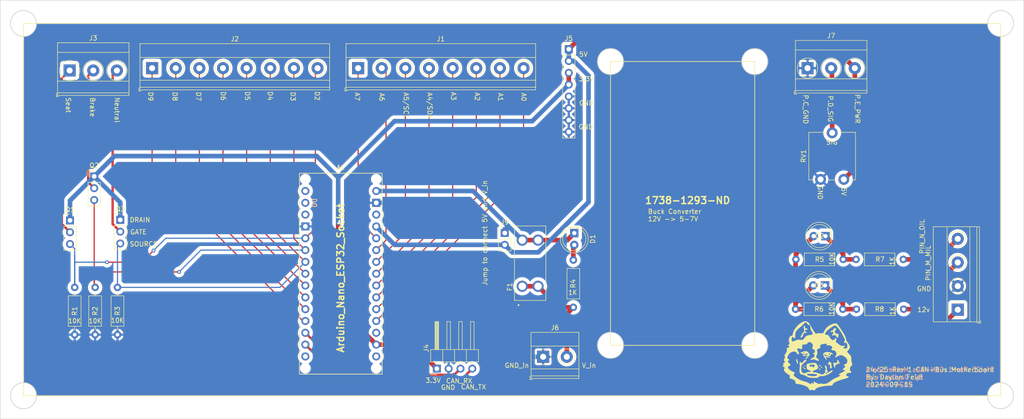
<source format=kicad_pcb>
(kicad_pcb (version 20221018) (generator pcbnew)
  (layers (0 "F.Cu" signal) (31 "B.Cu" signal) (34 "B.Paste" user) (35 "F.Paste" user) (36 "B.SilkS" user "B.Silkscreen") (37 "F.SilkS" user "F.Silkscreen") (38 "B.Mask" user) (39 "F.Mask" user) (44 "Edge.Cuts" user))
  (property "AUTHOR" "Silvio Navaretti")
  (property "CONFIGURATIONPARAMETERS" "")
  (property "CONFIGURATORNAME" "")
  (property "DOCUMENTNUMBER" "=SKU")
  (property "ISUSERCONFIGURABLE" "")
  (property "REVAUTHOR" "Silvio Navaretti")
  (property "SHEETTOTAL" "1")
  (property "VERSIONCONTROL_PROJFOLDERREVNUMBER" "")
  (property "VERSIONCONTROL_REVNUMBER" "")
  (net 0 "")
  (net 1 "/A0")
  (net 2 "/A1")
  (net 3 "/A2")
  (net 4 "/A3")
  (net 5 "/A6")
  (net 6 "/A7")
  (net 7 "/A4{slash}SDA")
  (net 8 "/A5{slash}SCL")
  (net 9 "/D6")
  (net 10 "/D7")
  (net 11 "/D8")
  (net 12 "/D9")
  (net 13 "/Neutral")
  (net 14 "/Brake")
  (net 15 "/Seat")
  (net 16 "GND")
  (net 17 "+5V")
  (net 18 "/V_in")
  (net 26 "/D2")
  (net 27 "/D3")
  (net 28 "/D4")
  (net 29 "/D5")
  (net 30 "/CAN_TX")
  (net 31 "/CAN_RX")
  (net 32 "+3V3")
  (net 33 "Net-(D1-A)")
  (net 34 "/V_in_unreg")
  (net 35 "Net-(D2-K)")
  (net 36 "+12V")
  (net 37 "Net-(D3-K)")
  (net 38 "/Accel_sig")
  (net 39 "/PIN_M_MIL")
  (net 40 "/PIN_N_Oil")
  (footprint "Resistor_THT:R_Axial_DIN0207_L6.3mm_D2.5mm_P10.16mm_Horizontal" (layer "F.Cu") (at 135.181 78.0025 90)
    (fp_text reference "R4" (at 5.0995 -0.041 90) (layer "F.SilkS"))
    (fp_text value "1k")
    (pad "1" thru_hole circle (at 0 0 90) (size 1.6 1.6) (drill 0.8) (layers "*.Cu" "*.Mask") (net 34 "/V_in_unreg"))
    (pad "2" thru_hole oval (at 10.16 0 90) (size 1.6 1.6) (drill 0.8) (layers "*.Cu" "*.Mask") (net 33 "Net-(D1-A)"))
  )
  (footprint "TerminalBlock_Phoenix:TerminalBlock_Phoenix_MKDS-3-3-5.08_1x03_P5.08mm_Horizontal" (layer "F.Cu") (at 26.915 27.1)
    (fp_text reference "J3" (at 5.08 -6.96) (layer "F.SilkS"))
    (fp_text value "Conn_01x03_Male")
    (pad "1" thru_hole rect (at 0 0) (size 2.6 2.6) (drill 1.3) (layers "*.Cu" "*.Mask") (net 15 "/Seat"))
    (pad "2" thru_hole circle (at 5.08 0) (size 2.6 2.6) (drill 1.3) (layers "*.Cu" "*.Mask") (net 14 "/Brake"))
    (pad "3" thru_hole circle (at 10.16 0) (size 2.6 2.6) (drill 1.3) (layers "*.Cu" "*.Mask") (net 13 "/Neutral"))
  )
  (footprint "TerminalBlock_Phoenix:TerminalBlock_Phoenix_MKDS-1,5-8-5.08_1x08_P5.08mm_Horizontal" (layer "F.Cu") (at 88.92 26.6)
    (fp_text reference "J1" (at 17.78 -6.26) (layer "F.SilkS"))
    (fp_text value "Conn_01x08_Male")
    (pad "1" thru_hole rect (at 0 0) (size 2.6 2.6) (drill 1.3) (layers "*.Cu" "*.Mask") (net 6 "/A7"))
    (pad "2" thru_hole circle (at 5.08 0) (size 2.6 2.6) (drill 1.3) (layers "*.Cu" "*.Mask") (net 5 "/A6"))
    (pad "3" thru_hole circle (at 10.16 0) (size 2.6 2.6) (drill 1.3) (layers "*.Cu" "*.Mask") (net 8 "/A5{slash}SCL"))
    (pad "4" thru_hole circle (at 15.24 0) (size 2.6 2.6) (drill 1.3) (layers "*.Cu" "*.Mask") (net 7 "/A4{slash}SDA"))
    (pad "5" thru_hole circle (at 20.32 0) (size 2.6 2.6) (drill 1.3) (layers "*.Cu" "*.Mask") (net 4 "/A3"))
    (pad "6" thru_hole circle (at 25.4 0) (size 2.6 2.6) (drill 1.3) (layers "*.Cu" "*.Mask") (net 3 "/A2"))
    (pad "7" thru_hole circle (at 30.48 0) (size 2.6 2.6) (drill 1.3) (layers "*.Cu" "*.Mask") (net 2 "/A1"))
    (pad "8" thru_hole circle (at 35.56 0) (size 2.6 2.6) (drill 1.3) (layers "*.Cu" "*.Mask") (net 1 "/A0"))
  )
  (footprint "arduino-library:Arduino_Nano_ESP32_Socket" (layer "F.Cu") (at 85.2 92.37)
    (fp_text reference "A1" (at 0 -44.45) (layer "F.SilkS"))
    (fp_text value "Arduino_Nano_ESP32_Socket")
    (fp_text user "D0" (at -5.715 -36.83 -90 unlocked) (layer "B.SilkS") (effects (justify mirror)))
    (fp_text user "D0" (at -5.715 -36.83 -90 unlocked) (layer "F.SilkS"))
    (pad "" np_thru_hole circle (at -7.62 -41.91) (size 1.8 1.8) (drill 1.8) (layers "F&B.Cu" "*.Mask"))
    (pad "" np_thru_hole circle (at -7.62 -1.27) (size 1.8 1.8) (drill 1.8) (layers "F&B.Cu" "*.Mask"))
    (pad "" np_thru_hole circle (at 7.62 -41.91) (size 1.8 1.8) (drill 1.8) (layers "F&B.Cu" "*.Mask"))
    (pad "" np_thru_hole circle (at 7.62 -1.27) (size 1.8 1.8) (drill 1.8) (layers "F&B.Cu" "*.Mask"))
    (pad "3V3" thru_hole circle (at 7.62 -6.35) (size 1.7272 1.7272) (drill 1.016) (layers "*.Cu" "*.Mask") (net 32 "+3V3"))
    (pad "5V" thru_hole circle (at 7.62 -31.75) (size 1.7272 1.7272) (drill 1.016) (layers "*.Cu" "*.Mask") (net 17 "+5V"))
    (pad "A0" thru_hole circle (at 7.62 -11.43) (size 1.7272 1.7272) (drill 1.016) (layers "*.Cu" "*.Mask") (net 1 "/A0"))
    (pad "A1" thru_hole circle (at 7.62 -13.97) (size 1.7272 1.7272) (drill 1.016) (layers "*.Cu" "*.Mask") (net 2 "/A1"))
    (pad "A2" thru_hole circle (at 7.62 -16.51) (size 1.7272 1.7272) (drill 1.016) (layers "*.Cu" "*.Mask") (net 3 "/A2"))
    (pad "A3" thru_hole circle (at 7.62 -19.05) (size 1.7272 1.7272) (drill 1.016) (layers "*.Cu" "*.Mask") (net 4 "/A3"))
    (pad "A4" thru_hole circle (at 7.62 -21.59) (size 1.7272 1.7272) (drill 1.016) (layers "*.Cu" "*.Mask") (net 7 "/A4{slash}SDA"))
    (pad "A5" thru_hole circle (at 7.62 -24.13) (size 1.7272 1.7272) (drill 1.016) (layers "*.Cu" "*.Mask") (net 8 "/A5{slash}SCL"))
    (pad "A6" thru_hole circle (at 7.62 -26.67) (size 1.7272 1.7272) (drill 1.016) (layers "*.Cu" "*.Mask") (net 5 "/A6"))
    (pad "A7" thru_hole circle (at 7.62 -29.21) (size 1.7272 1.7272) (drill 1.016) (layers "*.Cu" "*.Mask") (net 6 "/A7"))
    (pad "B0" thru_hole circle (at 7.62 -8.89) (size 1.7272 1.7272) (drill 1.016) (layers "*.Cu" "*.Mask"))
    (pad "B1" thru_hole circle (at 7.62 -34.29) (size 1.7272 1.7272) (drill 1.016) (layers "*.Cu" "*.Mask"))
    (pad "D0" thru_hole circle (at -7.62 -36.83) (size 1.7272 1.7272) (drill 1.016) (layers "*.Cu" "*.Mask"))
    (pad "D1" thru_hole circle (at -7.62 -39.37) (size 1.7272 1.7272) (drill 1.016) (layers "*.Cu" "*.Mask"))
    (pad "D2" thru_hole circle (at -7.62 -29.21) (size 1.7272 1.7272) (drill 1.016) (layers "*.Cu" "*.Mask") (net 26 "/D2"))
    (pad "D3" thru_hole circle (at -7.62 -26.67) (size 1.7272 1.7272) (drill 1.016) (layers "*.Cu" "*.Mask") (net 27 "/D3"))
    (pad "D4" thru_hole circle (at -7.62 -24.13) (size 1.7272 1.7272) (drill 1.016) (layers "*.Cu" "*.Mask") (net 28 "/D4"))
    (pad "D5" thru_hole circle (at -7.62 -21.59) (size 1.7272 1.7272) (drill 1.016) (layers "*.Cu" "*.Mask") (net 29 "/D5"))
    (pad "D6" thru_hole circle (at -7.62 -19.05) (size 1.7272 1.7272) (drill 1.016) (layers "*.Cu" "*.Mask") (net 9 "/D6"))
    (pad "D7" thru_hole circle (at -7.62 -16.51) (size 1.7272 1.7272) (drill 1.016) (layers "*.Cu" "*.Mask") (net 10 "/D7"))
    (pad "D8" thru_hole circle (at -7.62 -13.97) (size 1.7272 1.7272) (drill 1.016) (layers "*.Cu" "*.Mask") (net 11 "/D8"))
    (pad "D9" thru_hole circle (at -7.62 -11.43) (size 1.7272 1.7272) (drill 1.016) (layers "*.Cu" "*.Mask") (net 12 "/D9"))
    (pad "D10" thru_hole circle (at -7.62 -8.89) (size 1.7272 1.7272) (drill 1.016) (layers "*.Cu" "*.Mask") (net 31 "/CAN_RX"))
    (pad "D11" thru_hole circle (at -7.62 -6.35) (size 1.7272 1.7272) (drill 1.016) (layers "*.Cu" "*.Mask") (net 30 "/CAN_TX"))
    (pad "D12" thru_hole circle (at -7.62 -3.81) (size 1.7272 1.7272) (drill 1.016) (layers "*.Cu" "*.Mask"))
    (pad "D13" thru_hole circle (at 7.62 -3.81) (size 1.7272 1.7272) (drill 1.016) (layers "*.Cu" "*.Mask"))
    (pad "GND1" thru_hole rect (at -7.62 -31.75) (size 1.7272 1.7272) (drill 1.016) (layers "*.Cu" "*.Mask") (net 16 "GND"))
    (pad "GND2" thru_hole rect (at 7.62 -36.83) (size 1.7272 1.7272) (drill 1.016) (layers "*.Cu" "*.Mask") (net 16 "GND"))
    (pad "RST" thru_hole circle (at -7.62 -34.29) (size 1.7272 1.7272) (drill 1.016) (layers "*.Cu" "*.Mask"))
    (pad "VIN" thru_hole circle (at 7.62 -39.37) (size 1.7272 1.7272) (drill 1.016) (layers "*.Cu" "*.Mask") (net 18 "/V_in"))
  )
  (footprint "Connector_PinHeader_2.54mm:PinHeader_1x08_P2.54mm_Vertical" (layer "F.Cu") (at 134.2 22.52)
    (fp_text reference "J5" (at 0 -2.33) (layer "F.SilkS"))
    (fp_text value "Conn_01x08_Pin")
    (pad "1" thru_hole rect (at 0 0) (size 1.7 1.7) (drill 1) (layers "*.Cu" "*.Mask") (net 17 "+5V"))
    (pad "2" thru_hole oval (at 0 2.54) (size 1.7 1.7) (drill 1) (layers "*.Cu" "*.Mask") (net 17 "+5V"))
    (pad "3" thru_hole oval (at 0 5.08) (size 1.7 1.7) (drill 1) (layers "*.Cu" "*.Mask") (net 32 "+3V3"))
    (pad "4" thru_hole oval (at 0 7.62) (size 1.7 1.7) (drill 1) (layers "*.Cu" "*.Mask") (net 32 "+3V3"))
    (pad "5" thru_hole oval (at 0 10.16) (size 1.7 1.7) (drill 1) (layers "*.Cu" "*.Mask") (net 16 "GND"))
    (pad "6" thru_hole oval (at 0 12.7) (size 1.7 1.7) (drill 1) (layers "*.Cu" "*.Mask") (net 16 "GND"))
    (pad "7" thru_hole oval (at 0 15.24) (size 1.7 1.7) (drill 1) (layers "*.Cu" "*.Mask") (net 16 "GND"))
    (pad "8" thru_hole oval (at 0 17.78) (size 1.7 1.7) (drill 1) (layers "*.Cu" "*.Mask") (net 16 "GND"))
  )
  (footprint "3568 (Fuse Holder):FUSE_3568" (layer "F.Cu") (at 125.896 68.52 90)
    (fp_text reference "F1" (at -5.075 -4.385 90) (layer "F.SilkS"))
    (fp_text value "3568")
    (pad "1" thru_hole circle (at -4.96 -1.7 90) (size 2.4 2.4) (drill 1.6) (layers "*.Cu" "*.Mask") (net 34 "/V_in_unreg"))
    (pad "2" thru_hole circle (at 4.96 -1.7 90) (size 2.4 2.4) (drill 1.6) (layers "*.Cu" "*.Mask") (net 18 "/V_in"))
    (pad "3" thru_hole circle (at -4.96 1.7 90) (size 2.4 2.4) (drill 1.6) (layers "*.Cu" "*.Mask") (net 34 "/V_in_unreg"))
    (pad "4" thru_hole circle (at 4.96 1.7 90) (size 2.4 2.4) (drill 1.6) (layers "*.Cu" "*.Mask") (net 18 "/V_in"))
  )
  (footprint "LED_THT:LED_D5.0mm" (layer "F.Cu") (at 189.375 62.7 180)
    (fp_text reference "D2" (at 1.27 0) (layer "F.SilkS"))
    (fp_text value "LED")
    (pad "1" thru_hole rect (at 0 0 180) (size 1.8 1.8) (drill 0.9) (layers "*.Cu" "*.Mask") (net 35 "Net-(D2-K)"))
    (pad "2" thru_hole circle (at 2.54 0 180) (size 1.8 1.8) (drill 0.9) (layers "*.Cu" "*.Mask") (net 36 "+12V"))
  )
  (footprint "LED_THT:LED_D5.0mm" (layer "F.Cu") (at 189.275 73.3 180)
    (fp_text reference "D3" (at 1.27 0) (layer "F.SilkS"))
    (fp_text value "LED")
    (pad "1" thru_hole rect (at 0 0 180) (size 1.8 1.8) (drill 0.9) (layers "*.Cu" "*.Mask") (net 37 "Net-(D3-K)"))
    (pad "2" thru_hole circle (at 2.54 0 180) (size 1.8 1.8) (drill 0.9) (layers "*.Cu" "*.Mask") (net 36 "+12V"))
  )
  (footprint "Husky Head Graphic:Husky_Head" (layer "F.Cu") (at 187.94 88.603)
    (fp_text reference "G***" hide)
    (fp_text value "LOGO" hide)
  )
  (footprint "TerminalBlock_Phoenix:TerminalBlock_Phoenix_MKDS-1,5-4-5.08_1x04_P5.08mm_Horizontal" (layer "F.Cu") (at 217.805 78.52 90)
    (fp_text reference "J8" hide)
    (fp_text value "Conn_01x04_Pin")
    (pad "1" thru_hole rect (at 0 0 90) (size 2.6 2.6) (drill 1.3) (layers "*.Cu" "*.Mask") (net 36 "+12V"))
    (pad "2" thru_hole circle (at 5.08 0 90) (size 2.6 2.6) (drill 1.3) (layers "*.Cu" "*.Mask") (net 16 "GND"))
    (pad "3" thru_hole circle (at 10.16 0 90) (size 2.6 2.6) (drill 1.3) (layers "*.Cu" "*.Mask") (net 39 "/PIN_M_MIL"))
    (pad "4" thru_hole circle (at 15.24 0 90) (size 2.6 2.6) (drill 1.3) (layers "*.Cu" "*.Mask") (net 40 "/PIN_N_Oil"))
  )
  (footprint "TerminalBlock_Phoenix:TerminalBlock_Phoenix_MKDS-1,5-2-5.08_1x02_P5.08mm_Horizontal" (layer "F.Cu") (at 128.69 88.637)
    (fp_text reference "J6" (at 2.54 -6.26) (layer "F.SilkS"))
    (fp_text value "Conn_01x02_Pin")
    (pad "1" thru_hole rect (at 0 0) (size 2.6 2.6) (drill 1.3) (layers "*.Cu" "*.Mask") (net 16 "GND"))
    (pad "2" thru_hole circle (at 5.08 0) (size 2.6 2.6) (drill 1.3) (layers "*.Cu" "*.Mask") (net 34 "/V_in_unreg"))
  )
  (footprint "Resistor_THT:R_Axial_DIN0207_L6.3mm_D2.5mm_P10.16mm_Horizontal" (layer "F.Cu") (at 206.18 78.4 180)
    (fp_text reference "R8" (at 5.18 0) (layer "F.SilkS"))
    (fp_text value "1K")
    (pad "1" thru_hole circle (at 0 0 180) (size 1.6 1.6) (drill 0.8) (layers "*.Cu" "*.Mask") (net 39 "/PIN_M_MIL"))
    (pad "2" thru_hole oval (at 10.16 0 180) (size 1.6 1.6) (drill 0.8) (layers "*.Cu" "*.Mask") (net 37 "Net-(D3-K)"))
  )
  (footprint "Resistor_THT:R_Axial_DIN0207_L6.3mm_D2.5mm_P10.16mm_Horizontal" (layer "F.Cu") (at 193.18 67.7 180)
    (fp_text reference "R5" (at 5.08 0) (layer "F.SilkS"))
    (fp_text value "10k")
    (pad "1" thru_hole circle (at 0 0 180) (size 1.6 1.6) (drill 0.8) (layers "*.Cu" "*.Mask") (net 35 "Net-(D2-K)"))
    (pad "2" thru_hole oval (at 10.16 0 180) (size 1.6 1.6) (drill 0.8) (layers "*.Cu" "*.Mask") (net 36 "+12V"))
  )
  (footprint "Potentiometer_THT:Potentiometer_ACP_CA9-V10_Vertical" (layer "F.Cu") (at 193.315 50.503 90)
    (fp_text reference "RV1" (at 5 -8.65 90) (layer "F.SilkS"))
    (fp_text value "R_Potentiometer")
    (pad "1" thru_hole circle (at 0 0 90) (size 2.34 2.34) (drill 1.3) (layers "*.Cu" "*.Mask") (net 17 "+5V"))
    (pad "2" thru_hole circle (at 10 -2.5 90) (size 2.34 2.34) (drill 1.3) (layers "*.Cu" "*.Mask") (net 38 "/Accel_sig"))
    (pad "3" thru_hole circle (at 0 -5 90) (size 2.34 2.34) (drill 1.3) (layers "*.Cu" "*.Mask") (net 16 "GND"))
  )
  (footprint "Connector_PinHeader_2.54mm:PinHeader_1x04_P2.54mm_Horizontal" (layer "F.Cu") (at 105.84 91.183 90)
    (fp_text reference "J4" (at 4.385 -2.27 90) (layer "F.SilkS"))
    (fp_text value "Conn_01x04_Pin")
    (pad "1" thru_hole rect (at 0 0 90) (size 1.7 1.7) (drill 1) (layers "*.Cu" "*.Mask") (net 32 "+3V3"))
    (pad "2" thru_hole oval (at 0 2.54 90) (size 1.7 1.7) (drill 1) (layers "*.Cu" "*.Mask") (net 16 "GND"))
    (pad "3" thru_hole oval (at 0 5.08 90) (size 1.7 1.7) (drill 1) (layers "*.Cu" "*.Mask") (net 31 "/CAN_RX"))
    (pad "4" thru_hole oval (at 0 7.62 90) (size 1.7 1.7) (drill 1) (layers "*.Cu" "*.Mask") (net 30 "/CAN_TX"))
  )
  (footprint "Connector_PinHeader_2.54mm:PinHeader_1x02_P2.54mm_Vertical" (layer "F.Cu") (at 120.44 62.028)
    (fp_text reference "J9" (at 0 -2.33) (layer "F.SilkS"))
    (fp_text value "Conn_01x02_Pin")
    (pad "1" thru_hole rect (at 0 0) (size 1.7 1.7) (drill 1) (layers "*.Cu" "*.Mask") (net 18 "/V_in"))
    (pad "2" thru_hole oval (at 0 2.54) (size 1.7 1.7) (drill 1) (layers "*.Cu" "*.Mask") (net 17 "+5V"))
  )
  (footprint "Resistor_THT:R_Axial_DIN0207_L6.3mm_D2.5mm_P10.16mm_Horizontal" (layer "F.Cu") (at 28 73.72 -90)
    (fp_text reference "R1" (at 5.08 0 90) (layer "F.SilkS"))
    (fp_text value "10k")
    (pad "1" thru_hole circle (at 0 0 270) (size 1.6 1.6) (drill 0.8) (layers "*.Cu" "*.Mask") (net 26 "/D2"))
    (pad "2" thru_hole oval (at 10.16 0 270) (size 1.6 1.6) (drill 0.8) (layers "*.Cu" "*.Mask") (net 16 "GND"))
  )
  (footprint "TerminalBlock_Phoenix:TerminalBlock_Phoenix_MKDS-3-3-5.08_1x03_P5.08mm_Horizontal" (layer "F.Cu") (at 185.515 26.6)
    (fp_text reference "J7" (at 5.08 -6.96) (layer "F.SilkS"))
    (fp_text value "Conn_01x03_Male")
    (pad "1" thru_hole rect (at 0 0) (size 2.6 2.6) (drill 1.3) (layers "*.Cu" "*.Mask") (net 16 "GND"))
    (pad "2" thru_hole circle (at 5.08 0) (size 2.6 2.6) (drill 1.3) (layers "*.Cu" "*.Mask") (net 38 "/Accel_sig"))
    (pad "3" thru_hole circle (at 10.16 0) (size 2.6 2.6) (drill 1.3) (layers "*.Cu" "*.Mask") (net 17 "+5V"))
  )
  (footprint "Resistor_THT:R_Axial_DIN0207_L6.3mm_D2.5mm_P10.16mm_Horizontal" (layer "F.Cu") (at 193.1 78.4 180)
    (fp_text reference "R6" (at 5.1 0) (layer "F.SilkS"))
    (fp_text value "10k")
    (pad "1" thru_hole circle (at 0 0 180) (size 1.6 1.6) (drill 0.8) (layers "*.Cu" "*.Mask") (net 37 "Net-(D3-K)"))
    (pad "2" thru_hole oval (at 10.16 0 180) (size 1.6 1.6) (drill 0.8) (layers "*.Cu" "*.Mask") (net 36 "+12V"))
  )
  (footprint "TerminalBlock_Phoenix:TerminalBlock_Phoenix_MKDS-1,5-8-5.08_1x08_P5.08mm_Horizontal" (layer "F.Cu") (at 44.64 26.6)
    (fp_text reference "J2" (at 17.78 -6.26) (layer "F.SilkS"))
    (fp_text value "Conn_01x08_Male")
    (pad "1" thru_hole rect (at 0 0) (size 2.6 2.6) (drill 1.3) (layers "*.Cu" "*.Mask") (net 12 "/D9"))
    (pad "2" thru_hole circle (at 5.08 0) (size 2.6 2.6) (drill 1.3) (layers "*.Cu" "*.Mask") (net 11 "/D8"))
    (pad "3" thru_hole circle (at 10.16 0) (size 2.6 2.6) (drill 1.3) (layers "*.Cu" "*.Mask") (net 10 "/D7"))
    (pad "4" thru_hole circle (at 15.24 0) (size 2.6 2.6) (drill 1.3) (layers "*.Cu" "*.Mask") (net 9 "/D6"))
    (pad "5" thru_hole circle (at 20.32 0) (size 2.6 2.6) (drill 1.3) (layers "*.Cu" "*.Mask") (net 29 "/D5"))
    (pad "6" thru_hole circle (at 25.4 0) (size 2.6 2.6) (drill 1.3) (layers "*.Cu" "*.Mask") (net 28 "/D4"))
    (pad "7" thru_hole circle (at 30.48 0) (size 2.6 2.6) (drill 1.3) (layers "*.Cu" "*.Mask") (net 27 "/D3"))
    (pad "8" thru_hole circle (at 35.56 0) (size 2.6 2.6) (drill 1.3) (layers "*.Cu" "*.Mask") (net 26 "/D2"))
  )
  (footprint "Resistor_THT:R_Axial_DIN0207_L6.3mm_D2.5mm_P10.16mm_Horizontal" (layer "F.Cu") (at 206.1 67.7 180)
    (fp_text reference "R7" (at 5 0) (layer "F.SilkS"))
    (fp_text value "1K")
    (pad "1" thru_hole circle (at 0 0 180) (size 1.6 1.6) (drill 0.8) (layers "*.Cu" "*.Mask") (net 40 "/PIN_N_Oil"))
    (pad "2" thru_hole oval (at 10.16 0 180) (size 1.6 1.6) (drill 0.8) (layers "*.Cu" "*.Mask") (net 35 "Net-(D2-K)"))
  )
  (footprint "LED_THT:LED_D5.0mm" (layer "F.Cu") (at 135.381 62.0475 -90)
    (fp_text reference "D1" (at 1.27 -3.96 90) (layer "F.SilkS"))
    (fp_text value "LED")
    (pad "1" thru_hole rect (at 0 0 270) (size 1.8 1.8) (drill 0.9) (layers "*.Cu" "*.Mask") (net 18 "/V_in"))
    (pad "2" thru_hole circle (at 2.54 0 270) (size 1.8 1.8) (drill 0.9) (layers "*.Cu" "*.Mask") (net 33 "Net-(D1-A)"))
  )
  (footprint "Connector_PinHeader_2.54mm:PinHeader_1x03_P2.54mm_Vertical" (layer "F.Cu") (at 27 59.32)
    (fp_text reference "Q1" (at 0 -2.33) (layer "F.SilkS"))
    (fp_text value "NMOS")
    (pad "1" thru_hole rect (at 0 0) (size 1.7 1.7) (drill 1) (layers "*.Cu" "*.Mask") (net 32 "+3V3"))
    (pad "2" thru_hole oval (at 0 2.54) (size 1.7 1.7) (drill 1) (layers "*.Cu" "*.Mask") (net 15 "/Seat"))
    (pad "3" thru_hole oval (at 0 5.08) (size 1.7 1.7) (drill 1) (layers "*.Cu" "*.Mask") (net 26 "/D2"))
  )
  (footprint "Resistor_THT:R_Axial_DIN0207_L6.3mm_D2.5mm_P10.16mm_Horizontal" (layer "F.Cu") (at 32.4 73.72 -90)
    (fp_text reference "R2" (at 5.08 0 90) (layer "F.SilkS"))
    (fp_text value "10k")
    (pad "1" thru_hole circle (at 0 0 270) (size 1.6 1.6) (drill 0.8) (layers "*.Cu" "*.Mask") (net 27 "/D3"))
    (pad "2" thru_hole oval (at 10.16 0 270) (size 1.6 1.6) (drill 0.8) (layers "*.Cu" "*.Mask") (net 16 "GND"))
  )
  (footprint "Connector_PinHeader_2.54mm:PinHeader_1x03_P2.54mm_Vertical" (layer "F.Cu") (at 32.2 49.86)
    (fp_text reference "Q2" (at 0 -2.33) (layer "F.SilkS"))
    (fp_text value "NMOS")
    (pad "1" thru_hole rect (at 0 0) (size 1.7 1.7) (drill 1) (layers "*.Cu" "*.Mask") (net 32 "+3V3"))
    (pad "2" thru_hole oval (at 0 2.54) (size 1.7 1.7) (drill 1) (layers "*.Cu" "*.Mask") (net 14 "/Brake"))
    (pad "3" thru_hole oval (at 0 5.08) (size 1.7 1.7) (drill 1) (layers "*.Cu" "*.Mask") (net 27 "/D3"))
  )
  (footprint "Connector_PinHeader_2.54mm:PinHeader_1x03_P2.54mm_Vertical" (layer "F.Cu") (at 37.8 59.2)
    (fp_text reference "Q3" (at 0 -2.33) (layer "F.SilkS"))
    (fp_text value "NMOS")
    (pad "1" thru_hole rect (at 0 0) (size 1.7 1.7) (drill 1) (layers "*.Cu" "*.Mask") (net 32 "+3V3"))
    (pad "2" thru_hole oval (at 0 2.54) (size 1.7 1.7) (drill 1) (layers "*.Cu" "*.Mask") (net 13 "/Neutral"))
    (pad "3" thru_hole oval (at 0 5.08) (size 1.7 1.7) (drill 1) (layers "*.Cu" "*.Mask") (net 28 "/D4"))
  )
  (footprint "Resistor_THT:R_Axial_DIN0207_L6.3mm_D2.5mm_P10.16mm_Horizontal" (layer "F.Cu") (at 37.2 73.72 -90)
    (fp_text reference "R3" (at 5.08 0 90) (layer "F.SilkS"))
    (fp_text value "10k")
    (pad "1" thru_hole circle (at 0 0 270) (size 1.6 1.6) (drill 0.8) (layers "*.Cu" "*.Mask") (net 28 "/D4"))
    (pad "2" thru_hole oval (at 10.16 0 270) (size 1.6 1.6) (drill 0.8) (layers "*.Cu" "*.Mask") (net 16 "GND"))
  )
  (gr_rect (start 17 17) (end 227 97) (stroke (width 0.15)) (fill none) (layer "F.SilkS"))
  (gr_rect (start 143.168 25.173) (end 174.168 86.173) (stroke (width 0.15)) (fill none) (layer "F.SilkS"))
  (gr_circle (center 143.168 25.173) (end 145.968 25.173) (stroke (width 0.15)) (fill none) (layer "Edge.Cuts"))
  (gr_circle (center 17 97) (end 19.8 97) (stroke (width 0.15)) (fill none) (layer "Edge.Cuts"))
  (gr_rect (start 12 12) (end 232 102) (stroke (width 0.1)) (fill none) (layer "Edge.Cuts"))
  (gr_circle (center 174.168 86.173) (end 176.968 86.173) (stroke (width 0.15)) (fill none) (layer "Edge.Cuts"))
  (gr_circle (center 143.168 86.173) (end 145.968 86.173) (stroke (width 0.15)) (fill none) (layer "Edge.Cuts"))
  (gr_circle (center 17 17) (end 19.8 17) (stroke (width 0.15)) (fill none) (layer "Edge.Cuts"))
  (gr_circle (center 227 17) (end 229.8 17) (stroke (width 0.15)) (fill none) (layer "Edge.Cuts"))
  (gr_circle (center 174.168 25.173) (end 176.968 25.173) (stroke (width 0.15)) (fill none) (layer "Edge.Cuts"))
  (gr_circle (center 227 97) (end 229.8 97) (stroke (width 0.15)) (fill none) (layer "Edge.Cuts"))
  (gr_text "24/25 Rev 1 CAN-Bus Motherboard\nBy: Daylen Feist\n2024-09-15" (at 197.94 95.203) (layer "B.SilkS") (effects (font (size 1 1)) (justify right bottom mirror)))
  (gr_text "D5\n" (at 64.54 31.503 270) (layer "F.SilkS") (effects (font (size 1 1)) (justify left bottom)))
  (gr_text "24/25 Rev 1 CAN-Bus Motherboard\nBy: Daylen Feist\n2024-09-15" (at 197.94 95.203) (layer "F.SilkS") (effects (font (size 1 1)) (justify left bottom)))
  (gr_text "A1\n" (at 118.94 31.803 270) (layer "F.SilkS") (effects (font (size 1 1)) (justify left bottom)))
  (gr_text "PIN_N_OIL\n" (at 210.74 66.603 90) (layer "F.SilkS") (effects (font (size 1 1)) (justify left bottom)))
  (gr_text "1K\n" (at 204.29 69.07 90) (layer "F.SilkS") (effects (font (size 1 0.93)) (justify left bottom)))
  (gr_text "GND" (at 136.24 39.803) (layer "F.SilkS") (effects (font (size 1 1)) (justify left bottom)))
  (gr_text "A7" (at 88.14 31.703 270) (layer "F.SilkS") (effects (font (size 1 1)) (justify left bottom)))
  (gr_text "5V\n" (at 136.34 24.203) (layer "F.SilkS") (effects (font (size 1 1)) (justify left bottom)))
  (gr_text "D9\n" (at 43.74 31.603 270) (layer "F.SilkS") (effects (font (size 1 1)) (justify left bottom)))
  (gr_text "D4" (at 69.44 31.503 270) (layer "F.SilkS") (effects (font (size 1 1)) (justify left bottom)))
  (gr_text "10K\n" (at 26.54 81.503) (layer "F.SilkS") (effects (font (size 1 0.93)) (justify left bottom)))
  (gr_text "A5/SCL\n" (at 98.64 31.703 270) (layer "F.SilkS") (effects (font (size 1 1)) (justify left bottom)))
  (gr_text "P.D_SIG\n\n" (at 188.24 32.403 270) (layer "F.SilkS") (effects (font (size 1 1)) (justify left bottom)))
  (gr_text "Buck Converter\n12V -> 5-7V\n" (at 151.14 59.603) (layer "F.SilkS") (effects (font (size 1 1)) (justify left bottom)))
  (gr_text "10K\n" (at 191.29 79.77 90) (layer "F.SilkS") (effects (font (size 1 0.93)) (justify left bottom)))
  (gr_text "10K\n" (at 30.94 81.503) (layer "F.SilkS") (effects (font (size 1 0.93)) (justify left bottom)))
  (gr_text "A4/SDA\n" (at 103.74 31.703 270) (layer "F.SilkS") (effects (font (size 1 1)) (justify left bottom)))
  (gr_text "P.E_PWR\n\n\n" (at 192.44 32.103 270) (layer "F.SilkS") (effects (font (size 1 1)) (justify left bottom)))
  (gr_text "12v\n" (at 209.04 79.103) (layer "F.SilkS") (effects (font (size 1 1)) (justify left bottom)))
  (gr_text "1738-1293-ND" (at 150.44 55.903) (layer "F.SilkS") (effects (font (size 1.5 1.5) (thickness 0.3) bold) (justify left bottom)))
  (gr_text "D2" (at 79.54 31.503 270) (layer "F.SilkS") (effects (font (size 1 1)) (justify left bottom)))
  (gr_text "GND\n" (at 208.94 74.603) (layer "F.SilkS") (effects (font (size 1 1)) (justify left bottom)))
  (gr_text "GATE\n" (at 39.84 62.403) (layer "F.SilkS") (effects (font (size 1 1)) (justify left bottom)))
  (gr_text "SIG\n" (at 189.44 43.103) (layer "F.SilkS") (effects (font (size 1 1)) (justify left bottom)))
  (gr_text "GND" (at 136.34 34.703) (layer "F.SilkS") (effects (font (size 1 1)) (justify left bottom)))
  (gr_text "D8\n\n" (at 47.34 31.603 270) (layer "F.SilkS") (effects (font (size 1 1)) (justify left bottom)))
  (gr_text "A6" (at 93.44 31.803 270) (layer "F.SilkS") (effects (font (size 1 1)) (justify left bottom)))
  (gr_text "CAN_RX" (at 107.74 94.403) (layer "F.SilkS") (effects (font (size 1 1)) (justify left bottom)))
  (gr_text "3.3V\n" (at 136.24 29.503) (layer "F.SilkS") (effects (font (size 1 1)) (justify left bottom)))
  (gr_text "3.3V\n" (at 103.34 94.303) (layer "F.SilkS") (effects (font (size 1 1)) (justify left bottom)))
  (gr_text "1K\n" (at 134.04 75.403) (layer "F.SilkS") (effects (font (size 1 0.93)) (justify left bottom)))
  (gr_text "5V\n" (at 192.74 52.103 270) (layer "F.SilkS") (effects (font (size 1 1)) (justify left bottom)))
  (gr_text "Jump to connect 5V and V_in\n" (at 116.74 73.403 90) (layer "F.SilkS") (effects (font (size 1 1)) (justify left bottom)))
  (gr_text "SOURCE\n" (at 39.74 65.003) (layer "F.SilkS") (effects (font (size 1 1)) (justify left bottom)))
  (gr_text "D6\n" (at 59.34 31.503 270) (layer "F.SilkS") (effects (font (size 1 1)) (justify left bottom)))
  (gr_text "GND\n" (at 187.64 51.703 270) (layer "F.SilkS") (effects (font (size 1 1)) (justify left bottom)))
  (gr_text "Neutral\n" (at 36.54 32.803 270) (layer "F.SilkS") (effects (font (size 1 1)) (justify left bottom)))
  (gr_text "10K\n" (at 191.37 69.07 90) (layer "F.SilkS") (effects (font (size 1 0.93)) (justify left bottom)))
  (gr_text "P.C_GND\n" (at 184.54 32.203 270) (layer "F.SilkS") (effects (font (size 1 1)) (justify left bottom)))
  (gr_text "A3" (at 108.84 31.603 270) (layer "F.SilkS") (effects (font (size 1 1)) (justify left bottom)))
  (gr_text "A0\n" (at 123.94 31.803 270) (layer "F.SilkS") (effects (font (size 1 1)) (justify left bottom)))
  (gr_text "DRAIN" (at 39.74 59.803) (layer "F.SilkS") (effects (font (size 1 1)) (justify left bottom)))
  (gr_text "D7\n" (at 54.04 31.603 270) (layer "F.SilkS") (effects (font (size 1 1)) (justify left bottom)))
  (gr_text "A2\n" (at 113.94 31.703 270) (layer "F.SilkS") (effects (font (size 1 1)) (justify left bottom)))
  (gr_text "1K\n" (at 204.37 79.77 90) (layer "F.SilkS") (effects (font (size 1 0.93)) (justify left bottom)))
  (gr_text "D3" (at 74.34 31.603 270) (layer "F.SilkS") (effects (font (size 1 1)) (justify left bottom)))
  (gr_text "V_in" (at 136.94 91.103) (layer "F.SilkS") (effects (font (size 1 1)) (justify left bottom)))
  (gr_text "Seat\n" (at 26.04 32.803 -90) (layer "F.SilkS") (effects (font (size 1 1)) (justify left bottom)))
  (gr_text "PIN_M_MIL\n" (at 212.04 72.403 90) (layer "F.SilkS") (effects (font (size 1 1)) (justify left bottom)))
  (gr_text "Arduino_Nano_ESP32_Socket\n" (at 86.04 87.903 90) (layer "F.SilkS") (effects (font (size 1.5 1.5) (thickness 0.3) bold) (justify left bottom)))
  (gr_text "10K\n" (at 35.74 81.403) (layer "F.SilkS") (effects (font (size 1 0.93)) (justify left bottom)))
  (gr_text "GND_in\n" (at 120.34 91.103) (layer "F.SilkS") (effects (font (size 1 1)) (justify left bottom)))
  (gr_text "Brake\n" (at 31.24 32.803 270) (layer "F.SilkS") (effects (font (size 1 1)) (justify left bottom)))
  (gr_text "GND" (at 106.64 95.803) (layer "F.SilkS") (effects (font (size 1 1)) (justify left bottom)))
  (gr_text "CAN_TX\n" (at 110.94 95.703) (layer "F.SilkS") (effects (font (size 1 1)) (justify left bottom)))
  (segment (start 124.48 26.6) (end 124.48 49.28) (width 0.25) (layer "F.Cu") (net 1))
  (segment (start 124.48 49.28) (end 92.82 80.94) (width 0.25) (layer "F.Cu") (net 1))
  (segment (start 119.4 26.6) (end 119.4 51.82) (width 0.25) (layer "F.Cu") (net 2))
  (segment (start 119.4 51.82) (end 92.82 78.4) (width 0.25) (layer "F.Cu") (net 2))
  (segment (start 114.32 26.6) (end 114.32 54.36) (width 0.25) (layer "F.Cu") (net 3))
  (segment (start 114.32 54.36) (end 92.82 75.86) (width 0.25) (layer "F.Cu") (net 3))
  (segment (start 109.24 56.9) (end 92.82 73.32) (width 0.25) (layer "F.Cu") (net 4))
  (segment (start 109.24 26.6) (end 109.24 56.9) (width 0.25) (layer "F.Cu") (net 4))
  (segment (start 94 26.6) (end 94.915741 27.515741) (width 0.25) (layer "F.Cu") (net 5))
  (segment (start 94.915741 63.604259) (end 92.82 65.7) (width 0.25) (layer "F.Cu") (net 5))
  (segment (start 94.915741 27.515741) (end 94.915741 63.604259) (width 0.25) (layer "F.Cu") (net 5))
  (segment (start 88.92 26.6) (end 88.92 59.26) (width 0.25) (layer "F.Cu") (net 6))
  (segment (start 88.92 59.26) (end 92.82 63.16) (width 0.25) (layer "F.Cu") (net 6))
  (segment (start 104.16 26.6) (end 104.16 59.44) (width 0.25) (layer "F.Cu") (net 7))
  (segment (start 104.16 59.44) (end 92.82 70.78) (width 0.25) (layer "F.Cu") (net 7))
  (segment (start 99.08 26.6) (end 99.08 61.98) (width 0.25) (layer "F.Cu") (net 8))
  (segment (start 99.08 61.98) (end 92.82 68.24) (width 0.25) (layer "F.Cu") (net 8))
  (segment (start 59.88 26.6) (end 59.88 55.62) (width 0.25) (layer "F.Cu") (net 9))
  (segment (start 59.88 55.62) (end 77.58 73.32) (width 0.25) (layer "F.Cu") (net 9))
  (segment (start 54.8 26.6) (end 54.8 53.08) (width 0.25) (layer "F.Cu") (net 10))
  (segment (start 54.8 53.08) (end 77.58 75.86) (width 0.25) (layer "F.Cu") (net 10))
  (segment (start 49.72 26.6) (end 49.72 50.54) (width 0.25) (layer "F.Cu") (net 11))
  (segment (start 49.72 50.54) (end 77.58 78.4) (width 0.25) (layer "F.Cu") (net 11))
  (segment (start 44.64 26.6) (end 44.64 48.503) (width 0.25) (layer "F.Cu") (net 12))
  (segment (start 77.077 80.94) (end 77.58 80.94) (width 0.25) (layer "F.Cu") (net 12))
  (segment (start 44.64 48.503) (end 77.077 80.94) (width 0.25) (layer "F.Cu") (net 12))
  (segment (start 36.159259 28.015741) (end 36.159259 60.099259) (width 0.5) (layer "F.Cu") (net 13))
  (segment (start 36.159259 60.099259) (end 37.8 61.74) (width 0.5) (layer "F.Cu") (net 13))
  (segment (start 37.075 27.1) (end 36.159259 28.015741) (width 0.5) (layer "F.Cu") (net 13))
  (segment (start 30.9 51.1) (end 32.2 52.4) (width 0.5) (layer "F.Cu") (net 14))
  (segment (start 31.995 27.1) (end 30.9 28.195) (width 0.5) (layer "F.Cu") (net 14))
  (segment (start 30.9 28.195) (end 30.9 51.1) (width 0.5) (layer "F.Cu") (net 14))
  (segment (start 25.24 60.1) (end 27 61.86) (width 0.5) (layer "F.Cu") (net 15))
  (segment (start 26.915 27.1) (end 25.24 28.775) (width 0.5) (layer "F.Cu") (net 15))
  (segment (start 25.24 28.775) (end 25.24 60.1) (width 0.5) (layer "F.Cu") (net 15))
  (segment (start 126.074 88.637) (end 128.69 88.637) (width 1) (layer "B.Cu") (net 16))
  (segment (start 126.074 88.637) (end 123.14 85.703) (width 1) (layer "B.Cu") (net 16))
  (segment (start 97.477 55.54) (end 98.44 56.503) (width 1) (layer "B.Cu") (net 16))
  (segment (start 92.82 55.54) (end 97.477 55.54) (width 1) (layer "B.Cu") (net 16))
  (segment (start 195.675 48.143) (end 195.675 26.6) (width 1) (layer "F.Cu") (net 17))
  (segment (start 193.315 50.503) (end 195.675 48.143) (width 1) (layer "F.Cu") (net 17))
  (segment (start 189.578 20.503) (end 195.675 26.6) (width 1) (layer "F.Cu") (net 17))
  (segment (start 134.2 22.52) (end 136.217 20.503) (width 1) (layer "F.Cu") (net 17))
  (segment (start 136.217 20.503) (end 189.578 20.503) (width 1) (layer "F.Cu") (net 17))
  (segment (start 135.297 25.06) (end 134.2 25.06) (width 1) (layer "B.Cu") (net 17))
  (segment (start 138.44 28.203) (end 135.297 25.06) (width 1) (layer "B.Cu") (net 17))
  (segment (start 120.44 64.568) (end 122.05457 66.18257) (width 1) (layer "B.Cu") (net 17))
  (segment (start 96.768 64.568) (end 92.82 60.62) (width 1) (layer "B.Cu") (net 17))
  (segment (start 122.05457 66.18257) (end 127.66043 66.18257) (width 1) (layer "B.Cu") (net 17))
  (segment (start 120.44 64.568) (end 96.768 64.568) (width 1) (layer "B.Cu") (net 17))
  (segment (start 138.44 55.403) (end 138.44 28.203) (width 1) (layer "B.Cu") (net 17))
  (segment (start 134.2 25.06) (end 134.2 22.52) (width 1) (layer "B.Cu") (net 17))
  (segment (start 127.66043 66.18257) (end 138.44 55.403) (width 1) (layer "B.Cu") (net 17))
  (segment (start 133.8685 63.56) (end 135.381 62.0475) (width 1) (layer "F.Cu") (net 18))
  (segment (start 124.196 63.56) (end 127.596 63.56) (width 1) (layer "F.Cu") (net 18))
  (segment (start 127.596 63.56) (end 133.8685 63.56) (width 1) (layer "F.Cu") (net 18))
  (segment (start 121.1395 60.5035) (end 113.636 53) (width 1) (layer "B.Cu") (net 18))
  (segment (start 124.196 63.56) (end 121.1395 60.5035) (width 1) (layer "B.Cu") (net 18))
  (segment (start 120.44 61.203) (end 121.1395 60.5035) (width 1) (layer "B.Cu") (net 18))
  (segment (start 113.636 53) (end 92.82 53) (width 1) (layer "B.Cu") (net 18))
  (segment (start 120.44 62.028) (end 120.44 61.203) (width 1) (layer "B.Cu") (net 18))
  (segment (start 42.44 68.303) (end 44.94 65.803) (width 0.25) (layer "F.Cu") (net 26))
  (segment (start 79.74 27.06) (end 79.74 61) (width 0.25) (layer "F.Cu") (net 26))
  (segment (start 80.2 26.6) (end 79.74 27.06) (width 0.25) (layer "F.Cu") (net 26))
  (segment (start 79.74 61) (end 77.58 63.16) (width 0.25) (layer "F.Cu") (net 26))
  (segment (start 34.94 68.303) (end 42.44 68.303) (width 0.25) (layer "F.Cu") (net 26))
  (via (at 34.94 68.303) (size 0.8) (drill 0.4) (layers "F.Cu" "B.Cu") (net 26))
  (via (at 44.94 65.803) (size 0.8) (drill 0.4) (layers "F.Cu" "B.Cu") (net 26))
  (segment (start 28 65.4) (end 28 73.72) (width 0.25) (layer "B.Cu") (net 26))
  (segment (start 28 68.503) (end 28.2 68.303) (width 0.25) (layer "B.Cu") (net 26))
  (segment (start 44.94 65.803) (end 47.583 63.16) (width 0.25) (layer "B.Cu") (net 26))
  (segment (start 47.583 63.16) (end 77.58 63.16) (width 0.25) (layer "B.Cu") (net 26))
  (segment (start 27 64.4) (end 28 65.4) (width 0.25) (layer "B.Cu") (net 26))
  (segment (start 28.2 68.303) (end 34.94 68.303) (width 0.25) (layer "B.Cu") (net 26))
  (segment (start 77.423 63.003) (end 77.58 63.16) (width 0.25) (layer "B.Cu") (net 26))
  (segment (start 28 73.72) (end 28 68.503) (width 0.25) (layer "B.Cu") (net 26))
  (segment (start 28 68.503) (end 28 66.84038) (width 0.25) (layer "B.Cu") (net 26))
  (segment (start 75.12 26.6) (end 75.12 63.24) (width 0.25) (layer "F.Cu") (net 27))
  (segment (start 50.44 70.403) (end 34.04 70.403) (width 0.25) (layer "F.Cu") (net 27))
  (segment (start 32.2 72.243) (end 32.2 72.703) (width 0.25) (layer "F.Cu") (net 27))
  (segment (start 32.2 72.703) (end 32.2 73.52) (width 0.25) (layer "F.Cu") (net 27))
  (segment (start 75.12 63.24) (end 77.58 65.7) (width 0.25) (layer "F.Cu") (net 27))
  (segment (start 32.2 54.94) (end 32.2 72.703) (width 0.25) (layer "F.Cu") (net 27))
  (segment (start 32.2 73.52) (end 32.4 73.72) (width 0.25) (layer "F.Cu") (net 27))
  (segment (start 34.04 70.403) (end 32.2 72.243) (width 0.25) (layer "F.Cu") (net 27))
  (via (at 50.44 70.403) (size 0.8) (drill 0.4) (layers "F.Cu" "B.Cu") (net 27))
  (segment (start 55.143 65.7) (end 50.44 70.403) (width 0.25) (layer "B.Cu") (net 27))
  (segment (start 77.58 65.7) (end 55.143 65.7) (width 0.25) (layer "B.Cu") (net 27))
  (segment (start 70.04 60.7) (end 77.58 68.24) (width 0.25) (layer "F.Cu") (net 28))
  (segment (start 70.04 26.6) (end 70.04 60.7) (width 0.25) (layer "F.Cu") (net 28))
  (segment (start 37.2 73.72) (end 72.1 73.72) (width 0.25) (layer "B.Cu") (net 28))
  (segment (start 37.2 64.88) (end 37.2 73.72) (width 0.25) (layer "B.Cu") (net 28))
  (segment (start 72.1 73.72) (end 77.58 68.24) (width 0.25) (layer "B.Cu") (net 28))
  (segment (start 37.8 64.28) (end 37.2 64.88) (width 0.25) (layer "B.Cu") (net 28))
  (segment (start 64.96 26.6) (end 64.96 58.16) (width 0.25) (layer "F.Cu") (net 29))
  (segment (start 64.96 58.16) (end 77.58 70.78) (width 0.25) (layer "F.Cu") (net 29))
  (segment (start 84.76 93.2) (end 77.58 86.02) (width 0.5) (layer "F.Cu") (net 30))
  (segment (start 111.443 93.2) (end 84.76 93.2) (width 0.5) (layer "F.Cu") (net 30))
  (segment (start 113.46 91.183) (end 111.443 93.2) (width 0.5) (layer "F.Cu") (net 30))
  (segment (start 86.6 92.5) (end 77.58 83.48) (width 0.5) (layer "F.Cu") (net 31))
  (segment (start 109.603 92.5) (end 86.6 92.5) (width 0.5) (layer "F.Cu") (net 31))
  (segment (start 110.92 91.183) (end 109.603 92.5) (width 0.5) (layer "F.Cu") (net 31))
  (segment (start 134.2 30.14) (end 134.2 27.6) (width 1) (layer "F.Cu") (net 32))
  (segment (start 92.82 86.02) (end 84.64 77.84) (width 1) (layer "F.Cu") (net 32))
  (segment (start 84.64 77.84) (end 84.64 59.903) (width 1) (layer "F.Cu") (net 32))
  (segment (start 100.677 86.02) (end 105.84 91.183) (width 1) (layer "F.Cu") (net 32))
  (segment (start 92.82 86.02) (end 100.677 86.02) (width 1) (layer "F.Cu") (net 32))
  (via (at 84.64 59.903) (size 0.8) (drill 0.4) (layers "F.Cu" "B.Cu") (net 32))
  (segment (start 80.04 45.503) (end 36.557 45.503) (width 1) (layer "B.Cu") (net 32))
  (segment (start 36.557 45.503) (end 32.2 49.86) (width 1) (layer "B.Cu") (net 32))
  (segment (start 84.64 50.103) (end 80.04 45.503) (width 1) (layer "B.Cu") (net 32))
  (segment (start 32.2 49.86) (end 27 55.06) (width 1) (layer "B.Cu") (net 32))
  (segment (start 27 55.06) (end 27 59.32) (width 1) (layer "B.Cu") (net 32))
  (segment (start 32.2 49.86) (end 37.8 55.46) (width 1) (layer "B.Cu") (net 32))
  (segment (start 37.8 55.46) (end 37.8 59.2) (width 1) (layer "B.Cu") (net 32))
  (segment (start 96.74 38.003) (end 84.64 50.103) (width 1) (layer "B.Cu") (net 32))
  (segment (start 126.04 38.003) (end 96.74 38.003) (width 1) (layer "B.Cu") (net 32))
  (segment (start 126.337 38.003) (end 134.2 30.14) (width 1) (layer "B.Cu") (net 32))
  (segment (start 84.64 59.903) (end 84.64 50.103) (width 1) (layer "B.Cu") (net 32))
  (segment (start 126.04 38.003) (end 126.337 38.003) (width 1) (layer "B.Cu") (net 32))
  (segment (start 135.181 64.7875) (end 135.381 64.5875) (width 1) (layer "F.Cu") (net 33))
  (segment (start 135.181 67.8425) (end 135.181 64.7875) (width 1) (layer "F.Cu") (net 33))
  (segment (start 127.596 73.48) (end 124.196 73.48) (width 1) (layer "F.Cu") (net 34))
  (segment (start 133.77 88.637) (end 133.77 79.4135) (width 1) (layer "F.Cu") (net 34))
  (segment (start 135.181 78.0025) (end 132.1185 78.0025) (width 1) (layer "F.Cu") (net 34))
  (segment (start 132.1185 78.0025) (end 127.596 73.48) (width 1) (layer "F.Cu") (net 34))
  (segment (start 133.77 79.4135) (end 135.181 78.0025) (width 1) (layer "F.Cu") (net 34))
  (segment (start 193.18 67.7) (end 193.18 66.505) (width 1) (layer "F.Cu") (net 35))
  (segment (start 193.18 66.505) (end 189.375 62.7) (width 1) (layer "F.Cu") (net 35))
  (segment (start 193.18 67.7) (end 195.94 67.7) (width 1) (layer "F.Cu") (net 35))
  (segment (start 182.94 77.02) (end 182.94 67.78) (width 1) (layer "F.Cu") (net 36))
  (segment (start 182.94 78.4) (end 182.94 77.02) (width 1) (layer "F.Cu") (net 36))
  (segment (start 182.94 67.78) (end 183.02 67.7) (width 1) (layer "F.Cu") (net 36))
  (segment (start 183.02 66.515) (end 186.835 62.7) (width 1) (layer "F.Cu") (net 36))
  (segment (start 213.805 82.52) (end 217.805 78.52) (width 1) (layer "F.Cu") (net 36))
  (segment (start 182.94 78.4) (end 188.285 78.4) (width 1) (layer "F.Cu") (net 36))
  (segment (start 183.015 77.02) (end 186.735 73.3) (width 1) (layer "F.Cu") (net 36))
  (segment (start 188.285 78.4) (end 192.405 82.52) (width 1) (layer "F.Cu") (net 36))
  (segment (start 192.405 82.52) (end 213.805 82.52) (width 1) (layer "F.Cu") (net 36))
  (segment (start 182.94 77.02) (end 183.015 77.02) (width 1) (layer "F.Cu") (net 36))
  (segment (start 183.02 67.7) (end 183.02 66.515) (width 1) (layer "F.Cu") (net 36))
  (segment (start 217.805 78.52) (end 217.48 78.52) (width 0.25) (layer "F.Cu") (net 36))
  (segment (start 193.1 77.125) (end 189.275 73.3) (width 1) (layer "F.Cu") (net 37))
  (segment (start 193.1 78.4) (end 196.02 78.4) (width 1) (layer "F.Cu") (net 37))
  (segment (start 193.1 78.4) (end 193.1 77.125) (width 1) (layer "F.Cu") (net 37))
  (segment (start 190.75 35.4) (end 190.75 26.755) (width 1) (layer "F.Cu") (net 38))
  (segment (start 190.815 35.465) (end 190.815 40.503) (width 1) (layer "F.Cu") (net 38))
  (segment (start 190.75 35.4) (end 190.815 35.465) (width 1) (layer "F.Cu") (net 38))
  (segment (start 190.75 26.755) (end 190.595 26.6) (width 1) (layer "F.Cu") (net 38))
  (segment (start 207.765 78.4) (end 217.805 68.36) (width 1) (layer "F.Cu") (net 39))
  (segment (start 206.18 78.4) (end 207.765 78.4) (width 1) (layer "F.Cu") (net 39))
  (segment (start 213.385 67.7) (end 217.805 63.28) (width 1) (layer "F.Cu") (net 40))
  (segment (start 206.1 67.7) (end 213.385 67.7) (width 1) (layer "F.Cu") (net 40))
  (zone (net 16) (net_name "GND") (layer "B.Cu") (connect_pads (clearance 0.75)) (min_thickness 0.25) (fill yes (thermal_gap 0.5) (thermal_bridge_width 0.5))
    (polygon (pts (xy 17.04 17.003) (xy 17.04 97.003) (xy 227.04 97.003) (xy 227.04 17.003) (xy 226.94 17.103) (xy 226.94 17.003)))
  )
)
</source>
